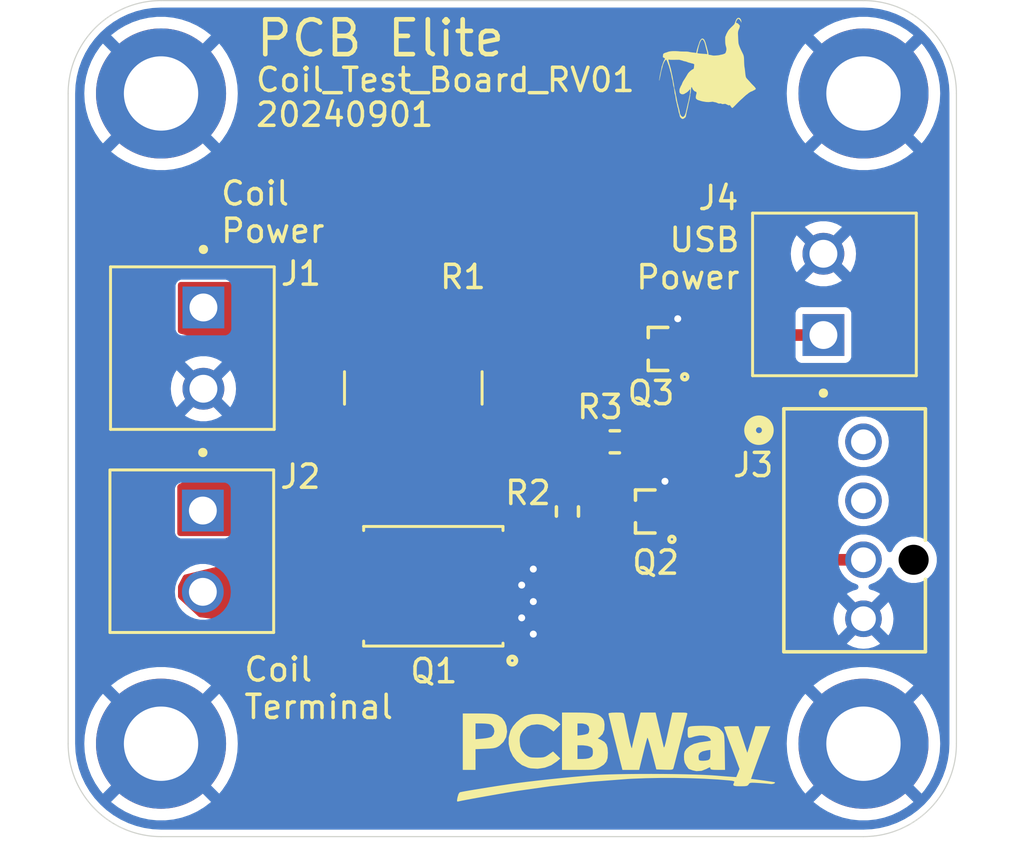
<source format=kicad_pcb>
(kicad_pcb (version 20240108) (generator "pcbnew") (generator_version "8.0")
  (layers (0 "F.Cu" signal) (31 "B.Cu" signal) (34 "B.Paste" user) (35 "F.Paste" user) (36 "B.SilkS" user "B.Silkscreen") (37 "F.SilkS" user "F.Silkscreen") (38 "B.Mask" user) (39 "F.Mask" user) (44 "Edge.Cuts" user))
  (net 0 "")
  (net 1 "GND")
  (net 2 "VBUS")
  (net 3 "/coil-")
  (net 4 "/coil+")
  (net 6 "/GPIO")
  (net 8 "VUSB")
  (net 9 "/DRV")
  (net 10 "Net-(Q2-G)")
  (footprint "MountingHole:MountingHole_3.2mm_M3_DIN965_Pad" (layer "F.Cu") (at 196 66)
    (property "Reference" "H1" (hide yes))
    (property "Value" "MountingHole_Pad")
    (pad "1" thru_hole circle (at 0 0) (size 5.6 5.6) (drill 3.2) (layers "*.Cu" "*.Mask") (net 1 "GND"))
  )
  (footprint "Master_MOSFET:DIO_RB558WMF_ROM-L" (layer "F.Cu") (at 217.55 77 180)
    (property "Reference" "Q3" (at 0.45 -1.9 0) (layer "F.SilkS"))
    (property "Value" "NMOS")
    (pad "1" smd rect (at -0.7 -0.499998 90) (size 0.46 0.65) (layers "F.Cu" "F.Paste" "F.Mask") (net 6 "/GPIO"))
    (pad "2" smd rect (at -0.7 0.5 90) (size 0.46 0.65) (layers "F.Cu" "F.Paste" "F.Mask") (net 1 "GND"))
    (pad "3" smd rect (at 0.7224 0.000001 90) (size 0.46 0.65) (layers "F.Cu" "F.Paste" "F.Mask") (net 10 "Net-(Q2-G)"))
  )
  (footprint "Master_Resistors:R0603" (layer "F.Cu") (at 215.54 81)
    (property "Reference" "R3" (at -0.64 -1.5 0) (layer "F.SilkS"))
    (property "Value" "1k")
    (pad "1" smd rect (at -0.76 0) (size 0.83 1.01) (layers "F.Cu" "F.Paste" "F.Mask") (net 8 "VUSB"))
    (pad "2" smd rect (at 0.76 0) (size 0.83 1.01) (layers "F.Cu" "F.Paste" "F.Mask") (net 10 "Net-(Q2-G)"))
  )
  (footprint "Master_Connectors:47053-1000_MOL" (layer "F.Cu") (at 226.24715 81 -90)
    (property "Reference" "J3" (at 1 4.74715 0) (layer "F.SilkS"))
    (property "Value" "Conn_01x04_Pin")
    (pad "" np_thru_hole circle (at 5.08 -2.160001 270) (size 1.2954 1.2954) (drill 1.2954) (layers))
    (pad "1" thru_hole circle (at 0 0 270) (size 1.5748 1.5748) (drill 1.0668) (layers "*.Cu" "*.Mask"))
    (pad "2" thru_hole circle (at 2.54 0 270) (size 1.5748 1.5748) (drill 1.0668) (layers "*.Cu" "*.Mask"))
    (pad "3" thru_hole circle (at 5.08 0 270) (size 1.5748 1.5748) (drill 1.0668) (layers "*.Cu" "*.Mask") (net 6 "/GPIO"))
    (pad "4" thru_hole circle (at 7.62 0 270) (size 1.5748 1.5748) (drill 1.0668) (layers "*.Cu" "*.Mask") (net 1 "GND"))
  )
  (footprint "Master_Connectors:1984617_PHOENIX" (layer "F.Cu") (at 193.8 82.210117 -90)
    (property "Reference" "J2" (at 0.289883 -8.2 0) (layer "F.SilkS"))
    (property "Value" "Screw_Terminal_01x02")
    (pad "1" thru_hole rect (at 1.75 -4 270) (size 1.8 1.8) (drill 1.2) (layers "*.Cu" "*.Mask") (net 4 "/coil+"))
    (pad "2" thru_hole circle (at 5.25 -4 270) (size 1.8 1.8) (drill 1.2) (layers "*.Cu" "*.Mask") (net 3 "/coil-"))
  )
  (footprint "Master_Resistors:R0603" (layer "F.Cu") (at 213.5 84 -90)
    (property "Reference" "R2" (at -0.8 1.7 0) (layer "F.SilkS"))
    (property "Value" "1k")
    (pad "1" smd rect (at -0.76 0 270) (size 0.83 1.01) (layers "F.Cu" "F.Paste" "F.Mask") (net 8 "VUSB"))
    (pad "2" smd rect (at 0.76 0 270) (size 0.83 1.01) (layers "F.Cu" "F.Paste" "F.Mask") (net 9 "/DRV"))
  )
  (footprint "Master_MOSFET:DIO_RB558WMF_ROM-L" (layer "F.Cu") (at 217 84 180)
    (property "Reference" "Q2" (at -0.3 -2.2 0) (layer "F.SilkS"))
    (property "Value" "NMOS")
    (pad "1" smd rect (at -0.7 -0.499998 90) (size 0.46 0.65) (layers "F.Cu" "F.Paste" "F.Mask") (net 10 "Net-(Q2-G)"))
    (pad "2" smd rect (at -0.7 0.5 90) (size 0.46 0.65) (layers "F.Cu" "F.Paste" "F.Mask") (net 1 "GND"))
    (pad "3" smd rect (at 0.7224 0.000001 90) (size 0.46 0.65) (layers "F.Cu" "F.Paste" "F.Mask") (net 9 "/DRV"))
  )
  (footprint "LOGO" (layer "F.Cu") (at 215.5 94.5)
    (property "Reference" "G***" (hide yes))
    (property "Value" "LOGO" (hide yes))
  )
  (footprint "Master_MOSFET:BSC014N04LSIATMA1" (layer "F.Cu") (at 207.725 87.22 180)
    (property "Reference" "Q1" (at -0.02513 -3.65372 180) (layer "F.SilkS") (effects (font (size 1.00515 1.00515))))
    (property "Value" "NMOS")
    (pad "1" smd rect (at -2.775 -0.66 180) (size 1.2 3.3) (layers "F.Cu") (net 1 "GND"))
    (pad "2" smd rect (at -2.775 1.96 180) (size 1.2 0.6) (layers "F.Cu") (net 9 "/DRV"))
    (pad "3" smd rect (at 1.05 0.055 180) (size 4.65 4.51) (layers "F.Cu") (net 3 "/coil-"))
  )
  (footprint "Master_Connectors:1984617_PHOENIX" (layer "F.Cu") (at 193.825 73.465 -90)
    (property "Reference" "J1" (at 0.289883 -8.2 0) (layer "F.SilkS"))
    (property "Value" "Screw_Terminal_01x02")
    (pad "1" thru_hole rect (at 1.75 -4 270) (size 1.8 1.8) (drill 1.2) (layers "*.Cu" "*.Mask") (net 2 "VBUS"))
    (pad "2" thru_hole circle (at 5.25 -4 270) (size 1.8 1.8) (drill 1.2) (layers "*.Cu" "*.Mask") (net 1 "GND"))
  )
  (footprint "MountingHole:MountingHole_3.2mm_M3_DIN965_Pad" (layer "F.Cu") (at 196 94)
    (property "Reference" "H3" (hide yes))
    (property "Value" "MountingHole_Pad")
    (pad "1" thru_hole circle (at 0 0) (size 5.6 5.6) (drill 3.2) (layers "*.Cu" "*.Mask") (net 1 "GND"))
  )
  (footprint "LOGO" (layer "F.Cu") (at 220 65)
    (property "Reference" "G***" (hide yes))
    (property "Value" "LOGO" (hide yes))
  )
  (footprint "Master_Connectors:1984617_PHOENIX" (layer "F.Cu") (at 228.52215 78.1526 90)
    (property "Reference" "J4" (at 7.6526 -8.52215 180) (layer "F.SilkS"))
    (property "Value" "Screw_Terminal_01x02")
    (pad "1" thru_hole rect (at 1.75 -4 90) (size 1.8 1.8) (drill 1.2) (layers "*.Cu" "*.Mask") (net 8 "VUSB"))
    (pad "2" thru_hole circle (at 5.25 -4 90) (size 1.8 1.8) (drill 1.2) (layers "*.Cu" "*.Mask") (net 1 "GND"))
  )
  (footprint "MountingHole:MountingHole_3.2mm_M3_DIN965_Pad" (layer "F.Cu") (at 226.24715 66)
    (property "Reference" "H2" (hide yes))
    (property "Value" "MountingHole_Pad")
    (pad "1" thru_hole circle (at 0 0) (size 5.6 5.6) (drill 3.2) (layers "*.Cu" "*.Mask") (net 1 "GND"))
  )
  (footprint "MountingHole:MountingHole_3.2mm_M3_DIN965_Pad" (layer "F.Cu") (at 226.24715 94)
    (property "Reference" "H4" (hide yes))
    (property "Value" "MountingHole_Pad")
    (pad "1" thru_hole circle (at 0 0) (size 5.6 5.6) (drill 3.2) (layers "*.Cu" "*.Mask") (net 1 "GND"))
  )
  (footprint "Master_Resistors:WSHP28183L000FEA_Vishay_Dale" (layer "F.Cu") (at 206.9 78.68 -90)
    (property "Reference" "R1" (at -4.78 -2.1 0) (layer "F.SilkS"))
    (property "Value" "3m")
    (pad "1" smd rect (at -2.12 0 270) (size 3.63 5.33) (layers "F.Cu" "F.Paste" "F.Mask") (net 2 "VBUS"))
    (pad "2" smd rect (at 2.12 0 270) (size 3.63 5.33) (layers "F.Cu" "F.Paste" "F.Mask") (net 4 "/coil+"))
  )
  (gr_arc (start 226.25 62) (mid 229.078427 63.171573) (end 230.25 66) (stroke (width 0.05)) (layer "Edge.Cuts"))
  (gr_arc (start 192 66) (mid 193.171573 63.171573) (end 196 62) (stroke (width 0.05)) (layer "Edge.Cuts"))
  (gr_line (start 196 98) (end 226.25 98) (stroke (width 0.05)) (layer "Edge.Cuts"))
  (gr_arc (start 230.25 94) (mid 229.078427 96.828427) (end 226.25 98) (stroke (width 0.05)) (layer "Edge.Cuts"))
  (gr_line (start 196 62) (end 226.25 62) (stroke (width 0.05)) (layer "Edge.Cuts"))
  (gr_line (start 192 94) (end 192 66) (stroke (width 0.05)) (layer "Edge.Cuts"))
  (gr_line (start 230.25 94) (end 230.25 66) (stroke (width 0.05)) (layer "Edge.Cuts"))
  (gr_arc (start 196 98) (mid 193.171573 96.828427) (end 192 94) (stroke (width 0.05)) (layer "Edge.Cuts"))
  (gr_text "PCB Elite" (at 200 64.5 0) (layer "F.SilkS") (effects (font (size 1.5 1.5) (thickness 0.2)) (justify left bottom)))
  (gr_text "USB\nPower" (at 221 74.5 0) (layer "F.SilkS") (effects (font (size 1 1)) (justify right bottom)))
  (gr_text "20240901" (at 200 67.5 0) (layer "F.SilkS") (effects (font (size 1 1)) (justify left bottom)))
  (gr_text "Coil_Test_Board_RV01" (at 200 66 0) (layer "F.SilkS") (effects (font (size 1 1)) (justify left bottom)))
  (gr_text "Coil\nPower" (at 198.5 72.5 0) (layer "F.SilkS") (effects (font (size 1 1)) (justify left bottom)))
  (gr_text "Coil\nTerminal" (at 199.5 93 0) (layer "F.SilkS") (effects (font (size 1 1)) (justify left bottom)))
  (segment (start 218.25 75.7) (end 218.25 76.49) (width 0.5) (layer "F.Cu") (net 1))
  (segment (start 210.5 87.88) (end 212.03 87.88) (width 0.5) (layer "F.Cu") (net 1))
  (segment (start 210.5 87.17) (end 211.53 87.17) (width 0.5) (layer "F.Cu") (net 1))
  (segment (start 210.5 88.58) (end 211.53 88.58) (width 0.5) (layer "F.Cu") (net 1))
  (segment (start 210.5 89.28) (end 212.03 89.28) (width 0.5) (layer "F.Cu") (net 1))
  (segment (start 217.7 83.5) (end 217.7 82.7) (width 0.5) (layer "F.Cu") (net 1))
  (segment (start 210.5 86.48) (end 212.03 86.48) (width 0.5) (layer "F.Cu") (net 1))
  (via (at 211.53 88.58) (size 0.6) (drill 0.3) (layers "F.Cu" "B.Cu") (net 1))
  (via (at 217.7 82.7) (size 0.6) (drill 0.3) (layers "F.Cu" "B.Cu") (net 1))
  (via (at 212.03 86.48) (size 0.6) (drill 0.3) (layers "F.Cu" "B.Cu") (net 1))
  (via (at 211.53 87.17) (size 0.6) (drill 0.3) (layers "F.Cu" "B.Cu") (net 1))
  (via (at 218.25 75.7) (size 0.6) (drill 0.3) (layers "F.Cu" "B.Cu") (net 1))
  (via (at 212.03 89.28) (size 0.6) (drill 0.3) (layers "F.Cu" "B.Cu") (net 1))
  (via (at 212.03 87.88) (size 0.6) (drill 0.3) (layers "F.Cu" "B.Cu") (net 1))
  (segment (start 197.825 75.215) (end 205.555 75.215) (width 0.5) (layer "F.Cu") (net 2))
  (segment (start 205.555 75.215) (end 206.9 76.56) (width 0.5) (layer "F.Cu") (net 2))
  (segment (start 206.379883 87.460117) (end 206.675 87.165) (width 0.5) (layer "F.Cu") (net 3))
  (segment (start 197.8 87.460117) (end 206.379883 87.460117) (width 0.5) (layer "F.Cu") (net 3))
  (segment (start 203.295 80.8) (end 200.134883 83.960117) (width 0.5) (layer "F.Cu") (net 4))
  (segment (start 206.9 80.8) (end 203.295 80.8) (width 0.5) (layer "F.Cu") (net 4))
  (segment (start 200.134883 83.960117) (end 197.8 83.960117) (width 0.5) (layer "F.Cu") (net 4))
  (segment (start 224.78 86.08) (end 226.24715 86.08) (width 0.5) (layer "F.Cu") (net 6))
  (segment (start 218.25 77.499998) (end 218.25 79.55) (width 0.5) (layer "F.Cu") (net 6))
  (segment (start 218.25 79.55) (end 224.78 86.08) (width 0.5) (layer "F.Cu") (net 6))
  (segment (start 213.5 83.24) (end 213.5 82.28) (width 0.5) (layer "F.Cu") (net 8))
  (segment (start 213.5 82.28) (end 214.78 81) (width 0.5) (layer "F.Cu") (net 8))
  (segment (start 214.78 76.12) (end 216.5 74.4) (width 0.5) (layer "F.Cu") (net 8))
  (segment (start 216.5 74.4) (end 218.8 74.4) (width 0.5) (layer "F.Cu") (net 8))
  (segment (start 214.78 81) (end 214.78 76.12) (width 0.5) (layer "F.Cu") (net 8))
  (segment (start 220.8026 76.4026) (end 224.52215 76.4026) (width 0.5) (layer "F.Cu") (net 8))
  (segment (start 218.8 74.4) (end 220.8026 76.4026) (width 0.5) (layer "F.Cu") (net 8))
  (segment (start 211.5 85.26) (end 210.5 85.26) (width 0.5) (layer "F.Cu") (net 9))
  (segment (start 213.5 84.76) (end 212 84.76) (width 0.5) (layer "F.Cu") (net 9))
  (segment (start 213.5 84.76) (end 215.517599 84.76) (width 0.5) (layer "F.Cu") (net 9))
  (segment (start 215.517599 84.76) (end 216.2776 83.999999) (width 0.5) (layer "F.Cu") (net 9))
  (segment (start 212 84.76) (end 211.5 85.26) (width 0.5) (layer "F.Cu") (net 9))
  (segment (start 216.3 77.527599) (end 216.8276 76.999999) (width 0.5) (layer "F.Cu") (net 10))
  (segment (start 218.155002 84.499998) (end 217.7 84.499998) (width 0.5) (layer "F.Cu") (net 10))
  (segment (start 216.3 81) (end 216.3 77.527599) (width 0.5) (layer "F.Cu") (net 10))
  (segment (start 219.1 83.555) (end 218.155002 84.499998) (width 0.5) (layer "F.Cu") (net 10))
  (segment (start 216.3 81) (end 217.9 81) (width 0.5) (layer "F.Cu") (net 10))
  (segment (start 219.1 82.2) (end 219.1 83.555) (width 0.5) (layer "F.Cu") (net 10))
  (segment (start 217.9 81) (end 219.1 82.2) (width 0.5) (layer "F.Cu") (net 10))
  (zone (net 1) (net_name "GND") (layer "F.Cu") (priority 4) (connect_pads yes (clearance 0.5)) (min_thickness 0.25) (fill yes (thermal_gap 0.5) (thermal_bridge_width 0.5))
    (polygon (pts (xy 209.9 86.23) (xy 212.33 86.23) (xy 212.33 89.53) (xy 209.9 89.53)))
  )
  (zone (net 3) (net_name "/coil-") (layer "F.Cu") (priority 3) (connect_pads yes (clearance 0.5)) (min_thickness 0.25) (fill yes (thermal_gap 0.5) (thermal_bridge_width 0.5))
    (polygon (pts (xy 196.975 86.73) (xy 204.35 84.91) (xy 209 84.91) (xy 209 89.42) (xy 204.35 89.42) (xy 197.64 88.55) (xy 196.73 87.71) (xy 196.73 87.205)))
  )
  (zone (net 2) (net_name "VBUS") (layer "F.Cu") (priority 1) (connect_pads yes (clearance 0.5)) (min_thickness 0.25) (fill yes (thermal_gap 0.5) (thermal_bridge_width 0.5))
    (polygon (pts (xy 196.725 76.315) (xy 196.725 74.115) (xy 198.925 74.115) (xy 209.565 74.745) (xy 209.565 78.375) (xy 204.235 78.375)))
  )
  (zone (net 4) (net_name "/coil+") (layer "F.Cu") (priority 2) (connect_pads yes (clearance 0.5)) (min_thickness 0.25) (fill yes (thermal_gap 0.5) (thermal_bridge_width 0.5))
    (polygon (pts (xy 204.235 78.985) (xy 196.7 82.86) (xy 196.7 85.06) (xy 198.9 85.06) (xy 209.565 82.615) (xy 209.565 78.985)))
  )
  (zone (net 1) (net_name "GND") (layer "B.Cu") (connect_pads (clearance 0.3)) (min_thickness 0.25) (fill yes (thermal_gap 0.5) (thermal_bridge_width 0.5))
    (polygon (pts (xy 192 62) (xy 230.25 62) (xy 230.25 98) (xy 192 98)))
  )
)
</source>
